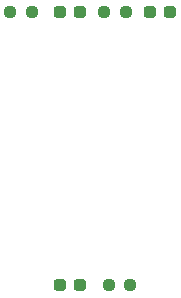
<source format=gtp>
G04 #@! TF.GenerationSoftware,KiCad,Pcbnew,7.0.9-7.0.9~ubuntu20.04.1*
G04 #@! TF.CreationDate,2023-12-22T19:52:22+01:00*
G04 #@! TF.ProjectId,kicad-trans_pwr,6b696361-642d-4747-9261-6e735f707772,1.0*
G04 #@! TF.SameCoordinates,Original*
G04 #@! TF.FileFunction,Paste,Top*
G04 #@! TF.FilePolarity,Positive*
%FSLAX46Y46*%
G04 Gerber Fmt 4.6, Leading zero omitted, Abs format (unit mm)*
G04 Created by KiCad (PCBNEW 7.0.9-7.0.9~ubuntu20.04.1) date 2023-12-22 19:52:22*
%MOMM*%
%LPD*%
G01*
G04 APERTURE LIST*
G04 Aperture macros list*
%AMRoundRect*
0 Rectangle with rounded corners*
0 $1 Rounding radius*
0 $2 $3 $4 $5 $6 $7 $8 $9 X,Y pos of 4 corners*
0 Add a 4 corners polygon primitive as box body*
4,1,4,$2,$3,$4,$5,$6,$7,$8,$9,$2,$3,0*
0 Add four circle primitives for the rounded corners*
1,1,$1+$1,$2,$3*
1,1,$1+$1,$4,$5*
1,1,$1+$1,$6,$7*
1,1,$1+$1,$8,$9*
0 Add four rect primitives between the rounded corners*
20,1,$1+$1,$2,$3,$4,$5,0*
20,1,$1+$1,$4,$5,$6,$7,0*
20,1,$1+$1,$6,$7,$8,$9,0*
20,1,$1+$1,$8,$9,$2,$3,0*%
G04 Aperture macros list end*
%ADD10RoundRect,0.237500X-0.250000X-0.237500X0.250000X-0.237500X0.250000X0.237500X-0.250000X0.237500X0*%
%ADD11RoundRect,0.237500X0.287500X0.237500X-0.287500X0.237500X-0.287500X-0.237500X0.287500X-0.237500X0*%
%ADD12RoundRect,0.237500X0.250000X0.237500X-0.250000X0.237500X-0.250000X-0.237500X0.250000X-0.237500X0*%
%ADD13RoundRect,0.237500X-0.287500X-0.237500X0.287500X-0.237500X0.287500X0.237500X-0.287500X0.237500X0*%
G04 APERTURE END LIST*
D10*
X113387500Y-99060000D03*
X115212500Y-99060000D03*
D11*
X118985000Y-99060000D03*
X117235000Y-99060000D03*
D12*
X115570000Y-122174000D03*
X113745000Y-122174000D03*
D13*
X109615000Y-122174000D03*
X111365000Y-122174000D03*
X109615000Y-99060000D03*
X111365000Y-99060000D03*
D10*
X105410000Y-99060000D03*
X107235000Y-99060000D03*
M02*

</source>
